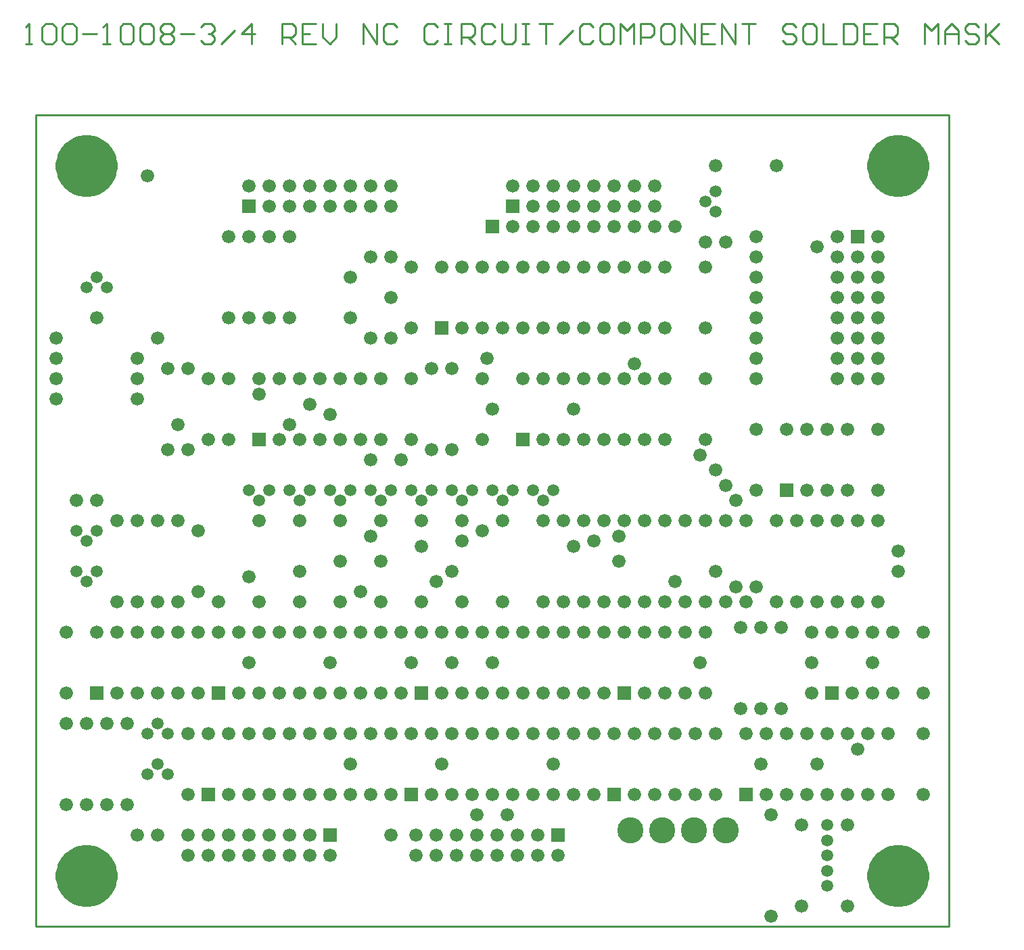
<source format=gbs>
*%FSLAX23Y23*%
*%MOIN*%
G01*
%ADD11C,0.006*%
%ADD12C,0.007*%
%ADD13C,0.008*%
%ADD14C,0.010*%
%ADD15C,0.012*%
%ADD16C,0.032*%
%ADD17C,0.036*%
%ADD18C,0.050*%
%ADD19C,0.052*%
%ADD20C,0.055*%
%ADD21C,0.056*%
%ADD22C,0.059*%
%ADD23C,0.062*%
%ADD24C,0.066*%
%ADD25C,0.070*%
%ADD26C,0.090*%
%ADD27C,0.125*%
%ADD28C,0.129*%
%ADD29C,0.140*%
%ADD30C,0.160*%
%ADD31C,0.250*%
%ADD32R,0.062X0.062*%
%ADD33R,0.066X0.066*%
D14*
X7599Y10177D02*
X7632D01*
X7616D01*
Y10277D01*
X7617D01*
X7616D02*
X7599Y10260D01*
X7682D02*
X7699Y10277D01*
X7732D01*
X7749Y10260D01*
Y10194D01*
X7732Y10177D01*
X7699D01*
X7682Y10194D01*
Y10260D01*
X7782D02*
X7799Y10277D01*
X7832D01*
X7849Y10260D01*
Y10194D01*
X7832Y10177D01*
X7799D01*
X7782Y10194D01*
Y10260D01*
X7882Y10227D02*
X7949D01*
X7982Y10177D02*
X8016D01*
X7999D01*
Y10277D01*
X8000D01*
X7999D02*
X7982Y10260D01*
X8066D02*
X8082Y10277D01*
X8116D01*
X8132Y10260D01*
Y10194D01*
X8116Y10177D01*
X8082D01*
X8066Y10194D01*
Y10260D01*
X8165D02*
X8182Y10277D01*
X8215D01*
X8232Y10260D01*
Y10194D01*
X8215Y10177D01*
X8182D01*
X8165Y10194D01*
Y10260D01*
X8265D02*
X8282Y10277D01*
X8315D01*
X8332Y10260D01*
Y10244D01*
X8315Y10227D01*
X8332Y10210D01*
Y10194D01*
X8315Y10177D01*
X8282D01*
X8265Y10194D01*
Y10210D01*
X8282Y10227D01*
X8265Y10244D01*
Y10260D01*
X8282Y10227D02*
X8315D01*
X8365D02*
X8432D01*
X8465Y10260D02*
X8482Y10277D01*
X8515D01*
X8532Y10260D01*
Y10244D01*
X8533D01*
X8532D02*
X8533D01*
X8532D02*
X8533D01*
X8532D02*
X8515Y10227D01*
X8499D01*
X8515D01*
X8532Y10210D01*
Y10194D01*
X8515Y10177D01*
X8482D01*
X8465Y10194D01*
X8565Y10177D02*
X8632Y10244D01*
X8715Y10277D02*
Y10177D01*
X8665Y10227D02*
X8715Y10277D01*
X8732Y10227D02*
X8665D01*
X8865Y10177D02*
Y10277D01*
X8915D01*
X8932Y10260D01*
Y10227D01*
X8915Y10210D01*
X8865D01*
X8899D02*
X8932Y10177D01*
X8965Y10277D02*
X9032D01*
X8965D02*
Y10177D01*
X9032D01*
X8999Y10227D02*
X8965D01*
X9065Y10210D02*
Y10277D01*
Y10210D02*
X9099Y10177D01*
X9132Y10210D01*
Y10277D01*
X9265D02*
Y10177D01*
X9332D02*
X9265Y10277D01*
X9332D02*
Y10177D01*
X9432Y10260D02*
X9415Y10277D01*
X9382D01*
X9365Y10260D01*
Y10194D01*
X9382Y10177D01*
X9415D01*
X9432Y10194D01*
X9615Y10277D02*
X9632Y10260D01*
X9615Y10277D02*
X9582D01*
X9565Y10260D01*
Y10194D01*
X9582Y10177D01*
X9615D01*
X9632Y10194D01*
X9665Y10277D02*
X9698D01*
X9682D01*
Y10177D01*
X9665D01*
X9698D01*
X9748D02*
Y10277D01*
X9798D01*
X9815Y10260D01*
Y10227D01*
X9798Y10210D01*
X9748D01*
X9782D02*
X9815Y10177D01*
X9915Y10260D02*
X9898Y10277D01*
X9865D01*
X9848Y10260D01*
Y10194D01*
X9865Y10177D01*
X9898D01*
X9915Y10194D01*
X9948D02*
Y10277D01*
Y10194D02*
X9965Y10177D01*
X9998D01*
X10015Y10194D01*
Y10277D01*
X10048D02*
X10082D01*
X10065D01*
Y10177D01*
X10048D01*
X10082D01*
X10132Y10277D02*
X10198D01*
X10165D01*
Y10177D01*
X10231D02*
X10298Y10244D01*
X10381Y10277D02*
X10398Y10260D01*
X10381Y10277D02*
X10348D01*
X10331Y10260D01*
Y10194D01*
X10348Y10177D01*
X10381D01*
X10398Y10194D01*
X10448Y10277D02*
X10481D01*
X10448D02*
X10431Y10260D01*
Y10194D01*
X10448Y10177D01*
X10481D01*
X10498Y10194D01*
Y10260D01*
X10481Y10277D01*
X10531D02*
Y10177D01*
X10565Y10244D02*
X10531Y10277D01*
X10565Y10244D02*
X10598Y10277D01*
Y10177D01*
X10631D02*
Y10277D01*
X10681D01*
X10698Y10260D01*
Y10227D01*
X10681Y10210D01*
X10631D01*
X10748Y10277D02*
X10781D01*
X10748D02*
X10731Y10260D01*
Y10194D01*
X10748Y10177D01*
X10781D01*
X10798Y10194D01*
Y10260D01*
X10781Y10277D01*
X10831D02*
Y10177D01*
X10898D02*
X10831Y10277D01*
X10898D02*
Y10177D01*
X10931Y10277D02*
X10998D01*
X10931D02*
Y10177D01*
X10998D01*
X10965Y10227D02*
X10931D01*
X11031Y10177D02*
Y10277D01*
X11098Y10177D01*
Y10277D01*
X11131D02*
X11198D01*
X11165D01*
Y10177D01*
X11381Y10277D02*
X11398Y10260D01*
X11381Y10277D02*
X11348D01*
X11331Y10260D01*
Y10244D01*
X11348Y10227D01*
X11381D01*
X11398Y10210D01*
Y10194D01*
X11381Y10177D01*
X11348D01*
X11331Y10194D01*
X11448Y10277D02*
X11481D01*
X11448D02*
X11431Y10260D01*
Y10194D01*
X11448Y10177D01*
X11481D01*
X11498Y10194D01*
Y10260D01*
X11481Y10277D01*
X11531D02*
Y10177D01*
X11598D01*
X11631D02*
Y10277D01*
Y10177D02*
X11681D01*
X11698Y10194D01*
Y10260D01*
X11681Y10277D01*
X11631D01*
X11731D02*
X11798D01*
X11731D02*
Y10177D01*
X11798D01*
X11764Y10227D02*
X11731D01*
X11831Y10177D02*
Y10277D01*
X11881D01*
X11898Y10260D01*
Y10227D01*
X11881Y10210D01*
X11831D01*
X11864D02*
X11898Y10177D01*
X12031D02*
Y10277D01*
X12064Y10244D01*
X12098Y10277D01*
Y10177D01*
X12131D02*
Y10244D01*
X12164Y10277D01*
X12198Y10244D01*
Y10177D01*
Y10227D01*
X12131D01*
X12281Y10277D02*
X12297Y10260D01*
X12281Y10277D02*
X12247D01*
X12231Y10260D01*
Y10244D01*
X12247Y10227D01*
X12281D01*
X12297Y10210D01*
Y10194D01*
X12281Y10177D01*
X12247D01*
X12231Y10194D01*
X12331Y10177D02*
Y10277D01*
Y10210D02*
Y10177D01*
Y10210D02*
X12397Y10277D01*
X12347Y10227D01*
X12397Y10177D01*
X12149Y9827D02*
X7649D01*
Y5827D02*
X12149D01*
X7649D02*
Y9827D01*
X12149D02*
Y5827D01*
D18*
X11772Y9577D02*
X11773D01*
X11772D02*
X11772Y9567D01*
X11774Y9557D01*
X11776Y9547D01*
X11779Y9537D01*
X11782Y9527D01*
X11787Y9518D01*
X11792Y9509D01*
X11797Y9501D01*
X11804Y9493D01*
X11811Y9485D01*
X11819Y9479D01*
X11827Y9472D01*
X11836Y9467D01*
X11845Y9462D01*
X11854Y9458D01*
X11864Y9455D01*
X11874Y9453D01*
X11884Y9451D01*
X11894Y9450D01*
X11904D01*
X11914Y9451D01*
X11924Y9453D01*
X11934Y9455D01*
X11944Y9458D01*
X11953Y9462D01*
X11962Y9467D01*
X11971Y9472D01*
X11979Y9479D01*
X11987Y9485D01*
X11994Y9493D01*
X12001Y9501D01*
X12006Y9509D01*
X12011Y9518D01*
X12016Y9527D01*
X12019Y9537D01*
X12022Y9547D01*
X12024Y9557D01*
X12026Y9567D01*
X12026Y9577D01*
X12027D01*
X12026D02*
X12026Y9587D01*
X12024Y9597D01*
X12022Y9607D01*
X12019Y9617D01*
X12016Y9627D01*
X12011Y9636D01*
X12006Y9645D01*
X12001Y9653D01*
X11994Y9661D01*
X11987Y9669D01*
X11979Y9675D01*
X11971Y9682D01*
X11962Y9687D01*
X11953Y9692D01*
X11944Y9696D01*
X11934Y9699D01*
X11924Y9701D01*
X11914Y9703D01*
X11904Y9704D01*
X11894D01*
X11884Y9703D01*
X11874Y9701D01*
X11864Y9699D01*
X11854Y9696D01*
X11845Y9692D01*
X11836Y9687D01*
X11827Y9682D01*
X11819Y9675D01*
X11811Y9669D01*
X11804Y9661D01*
X11797Y9653D01*
X11792Y9645D01*
X11787Y9636D01*
X11782Y9627D01*
X11779Y9617D01*
X11776Y9607D01*
X11774Y9597D01*
X11772Y9587D01*
X11772Y9577D01*
X11820D02*
X11821D01*
X11820D02*
X11821Y9568D01*
X11822Y9559D01*
X11825Y9550D01*
X11828Y9542D01*
X11833Y9534D01*
X11838Y9526D01*
X11845Y9520D01*
X11852Y9514D01*
X11860Y9509D01*
X11868Y9504D01*
X11876Y9501D01*
X11885Y9499D01*
X11894Y9498D01*
X11904D01*
X11913Y9499D01*
X11922Y9501D01*
X11930Y9504D01*
X11938Y9509D01*
X11946Y9514D01*
X11953Y9520D01*
X11960Y9526D01*
X11965Y9534D01*
X11970Y9542D01*
X11973Y9550D01*
X11976Y9559D01*
X11977Y9568D01*
X11978Y9577D01*
X11979D01*
X11978D02*
X11977Y9586D01*
X11976Y9595D01*
X11973Y9604D01*
X11970Y9612D01*
X11965Y9620D01*
X11960Y9628D01*
X11953Y9634D01*
X11946Y9640D01*
X11938Y9645D01*
X11930Y9650D01*
X11922Y9653D01*
X11913Y9655D01*
X11904Y9656D01*
X11894D01*
X11885Y9655D01*
X11876Y9653D01*
X11868Y9650D01*
X11860Y9645D01*
X11852Y9640D01*
X11845Y9634D01*
X11838Y9628D01*
X11833Y9620D01*
X11828Y9612D01*
X11825Y9604D01*
X11822Y9595D01*
X11821Y9586D01*
X11820Y9577D01*
X11868D02*
X11869D01*
X11868D02*
X11869Y9571D01*
X11871Y9564D01*
X11874Y9559D01*
X11878Y9554D01*
X11884Y9550D01*
X11889Y9548D01*
X11896Y9546D01*
X11902D01*
X11909Y9548D01*
X11914Y9550D01*
X11920Y9554D01*
X11924Y9559D01*
X11927Y9564D01*
X11929Y9571D01*
X11930Y9577D01*
X11931D01*
X11930D02*
X11929Y9583D01*
X11927Y9590D01*
X11924Y9595D01*
X11920Y9600D01*
X11914Y9604D01*
X11909Y9606D01*
X11902Y9608D01*
X11896D01*
X11889Y9606D01*
X11884Y9604D01*
X11878Y9600D01*
X11874Y9595D01*
X11871Y9590D01*
X11869Y9583D01*
X11868Y9577D01*
X11899D02*
D03*
X11772Y6077D02*
X11773D01*
X11772D02*
X11772Y6067D01*
X11774Y6057D01*
X11776Y6047D01*
X11779Y6037D01*
X11782Y6027D01*
X11787Y6018D01*
X11792Y6009D01*
X11797Y6001D01*
X11804Y5993D01*
X11811Y5985D01*
X11819Y5979D01*
X11827Y5972D01*
X11836Y5967D01*
X11845Y5962D01*
X11854Y5958D01*
X11864Y5955D01*
X11874Y5953D01*
X11884Y5951D01*
X11894Y5950D01*
X11904D01*
X11914Y5951D01*
X11924Y5953D01*
X11934Y5955D01*
X11944Y5958D01*
X11953Y5962D01*
X11962Y5967D01*
X11971Y5972D01*
X11979Y5979D01*
X11987Y5985D01*
X11994Y5993D01*
X12001Y6001D01*
X12006Y6009D01*
X12011Y6018D01*
X12016Y6027D01*
X12019Y6037D01*
X12022Y6047D01*
X12024Y6057D01*
X12026Y6067D01*
X12026Y6077D01*
X12027D01*
X12026D02*
X12026Y6087D01*
X12024Y6097D01*
X12022Y6107D01*
X12019Y6117D01*
X12016Y6127D01*
X12011Y6136D01*
X12006Y6145D01*
X12001Y6153D01*
X11994Y6161D01*
X11987Y6169D01*
X11979Y6175D01*
X11971Y6182D01*
X11962Y6187D01*
X11953Y6192D01*
X11944Y6196D01*
X11934Y6199D01*
X11924Y6201D01*
X11914Y6203D01*
X11904Y6204D01*
X11894D01*
X11884Y6203D01*
X11874Y6201D01*
X11864Y6199D01*
X11854Y6196D01*
X11845Y6192D01*
X11836Y6187D01*
X11827Y6182D01*
X11819Y6175D01*
X11811Y6169D01*
X11804Y6161D01*
X11797Y6153D01*
X11792Y6145D01*
X11787Y6136D01*
X11782Y6127D01*
X11779Y6117D01*
X11776Y6107D01*
X11774Y6097D01*
X11772Y6087D01*
X11772Y6077D01*
X11820D02*
X11821D01*
X11820D02*
X11821Y6068D01*
X11822Y6059D01*
X11825Y6050D01*
X11828Y6042D01*
X11833Y6034D01*
X11838Y6026D01*
X11845Y6020D01*
X11852Y6014D01*
X11860Y6009D01*
X11868Y6004D01*
X11876Y6001D01*
X11885Y5999D01*
X11894Y5998D01*
X11904D01*
X11913Y5999D01*
X11922Y6001D01*
X11930Y6004D01*
X11938Y6009D01*
X11946Y6014D01*
X11953Y6020D01*
X11960Y6026D01*
X11965Y6034D01*
X11970Y6042D01*
X11973Y6050D01*
X11976Y6059D01*
X11977Y6068D01*
X11978Y6077D01*
X11979D01*
X11978D02*
X11977Y6086D01*
X11976Y6095D01*
X11973Y6104D01*
X11970Y6112D01*
X11965Y6120D01*
X11960Y6128D01*
X11953Y6134D01*
X11946Y6140D01*
X11938Y6145D01*
X11930Y6150D01*
X11922Y6153D01*
X11913Y6155D01*
X11904Y6156D01*
X11894D01*
X11885Y6155D01*
X11876Y6153D01*
X11868Y6150D01*
X11860Y6145D01*
X11852Y6140D01*
X11845Y6134D01*
X11838Y6128D01*
X11833Y6120D01*
X11828Y6112D01*
X11825Y6104D01*
X11822Y6095D01*
X11821Y6086D01*
X11820Y6077D01*
X11868D02*
X11869D01*
X11868D02*
X11869Y6071D01*
X11871Y6064D01*
X11874Y6059D01*
X11878Y6054D01*
X11884Y6050D01*
X11889Y6048D01*
X11896Y6046D01*
X11902D01*
X11909Y6048D01*
X11914Y6050D01*
X11920Y6054D01*
X11924Y6059D01*
X11927Y6064D01*
X11929Y6071D01*
X11930Y6077D01*
X11931D01*
X11930D02*
X11929Y6083D01*
X11927Y6090D01*
X11924Y6095D01*
X11920Y6100D01*
X11914Y6104D01*
X11909Y6106D01*
X11902Y6108D01*
X11896D01*
X11889Y6106D01*
X11884Y6104D01*
X11878Y6100D01*
X11874Y6095D01*
X11871Y6090D01*
X11869Y6083D01*
X11868Y6077D01*
X11899D02*
D03*
X7772Y9577D02*
X7773D01*
X7772D02*
X7772Y9567D01*
X7774Y9557D01*
X7776Y9547D01*
X7779Y9537D01*
X7782Y9527D01*
X7787Y9518D01*
X7792Y9509D01*
X7797Y9501D01*
X7804Y9493D01*
X7811Y9485D01*
X7819Y9479D01*
X7827Y9472D01*
X7836Y9467D01*
X7845Y9462D01*
X7854Y9458D01*
X7864Y9455D01*
X7874Y9453D01*
X7884Y9451D01*
X7894Y9450D01*
X7904D01*
X7914Y9451D01*
X7924Y9453D01*
X7934Y9455D01*
X7944Y9458D01*
X7953Y9462D01*
X7962Y9467D01*
X7971Y9472D01*
X7979Y9479D01*
X7987Y9485D01*
X7994Y9493D01*
X8001Y9501D01*
X8006Y9509D01*
X8011Y9518D01*
X8016Y9527D01*
X8019Y9537D01*
X8022Y9547D01*
X8024Y9557D01*
X8026Y9567D01*
X8026Y9577D01*
X8027D01*
X8026D02*
X8026Y9587D01*
X8024Y9597D01*
X8022Y9607D01*
X8019Y9617D01*
X8016Y9627D01*
X8011Y9636D01*
X8006Y9645D01*
X8001Y9653D01*
X7994Y9661D01*
X7987Y9669D01*
X7979Y9675D01*
X7971Y9682D01*
X7962Y9687D01*
X7953Y9692D01*
X7944Y9696D01*
X7934Y9699D01*
X7924Y9701D01*
X7914Y9703D01*
X7904Y9704D01*
X7894D01*
X7884Y9703D01*
X7874Y9701D01*
X7864Y9699D01*
X7854Y9696D01*
X7845Y9692D01*
X7836Y9687D01*
X7827Y9682D01*
X7819Y9675D01*
X7811Y9669D01*
X7804Y9661D01*
X7797Y9653D01*
X7792Y9645D01*
X7787Y9636D01*
X7782Y9627D01*
X7779Y9617D01*
X7776Y9607D01*
X7774Y9597D01*
X7772Y9587D01*
X7772Y9577D01*
X7820D02*
X7821D01*
X7820D02*
X7821Y9568D01*
X7822Y9559D01*
X7825Y9550D01*
X7828Y9542D01*
X7833Y9534D01*
X7838Y9526D01*
X7845Y9520D01*
X7852Y9514D01*
X7860Y9509D01*
X7868Y9504D01*
X7876Y9501D01*
X7885Y9499D01*
X7894Y9498D01*
X7904D01*
X7913Y9499D01*
X7922Y9501D01*
X7930Y9504D01*
X7938Y9509D01*
X7946Y9514D01*
X7953Y9520D01*
X7960Y9526D01*
X7965Y9534D01*
X7970Y9542D01*
X7973Y9550D01*
X7976Y9559D01*
X7977Y9568D01*
X7978Y9577D01*
X7979D01*
X7978D02*
X7977Y9586D01*
X7976Y9595D01*
X7973Y9604D01*
X7970Y9612D01*
X7965Y9620D01*
X7960Y9628D01*
X7953Y9634D01*
X7946Y9640D01*
X7938Y9645D01*
X7930Y9650D01*
X7922Y9653D01*
X7913Y9655D01*
X7904Y9656D01*
X7894D01*
X7885Y9655D01*
X7876Y9653D01*
X7868Y9650D01*
X7860Y9645D01*
X7852Y9640D01*
X7845Y9634D01*
X7838Y9628D01*
X7833Y9620D01*
X7828Y9612D01*
X7825Y9604D01*
X7822Y9595D01*
X7821Y9586D01*
X7820Y9577D01*
X7868D02*
X7869D01*
X7868D02*
X7869Y9571D01*
X7871Y9564D01*
X7874Y9559D01*
X7878Y9554D01*
X7884Y9550D01*
X7889Y9548D01*
X7896Y9546D01*
X7902D01*
X7909Y9548D01*
X7914Y9550D01*
X7920Y9554D01*
X7924Y9559D01*
X7927Y9564D01*
X7929Y9571D01*
X7930Y9577D01*
X7931D01*
X7930D02*
X7929Y9583D01*
X7927Y9590D01*
X7924Y9595D01*
X7920Y9600D01*
X7914Y9604D01*
X7909Y9606D01*
X7902Y9608D01*
X7896D01*
X7889Y9606D01*
X7884Y9604D01*
X7878Y9600D01*
X7874Y9595D01*
X7871Y9590D01*
X7869Y9583D01*
X7868Y9577D01*
X7899D02*
D03*
X7772Y6077D02*
X7773D01*
X7772D02*
X7772Y6067D01*
X7774Y6057D01*
X7776Y6047D01*
X7779Y6037D01*
X7782Y6027D01*
X7787Y6018D01*
X7792Y6009D01*
X7797Y6001D01*
X7804Y5993D01*
X7811Y5985D01*
X7819Y5979D01*
X7827Y5972D01*
X7836Y5967D01*
X7845Y5962D01*
X7854Y5958D01*
X7864Y5955D01*
X7874Y5953D01*
X7884Y5951D01*
X7894Y5950D01*
X7904D01*
X7914Y5951D01*
X7924Y5953D01*
X7934Y5955D01*
X7944Y5958D01*
X7953Y5962D01*
X7962Y5967D01*
X7971Y5972D01*
X7979Y5979D01*
X7987Y5985D01*
X7994Y5993D01*
X8001Y6001D01*
X8006Y6009D01*
X8011Y6018D01*
X8016Y6027D01*
X8019Y6037D01*
X8022Y6047D01*
X8024Y6057D01*
X8026Y6067D01*
X8026Y6077D01*
X8027D01*
X8026D02*
X8026Y6087D01*
X8024Y6097D01*
X8022Y6107D01*
X8019Y6117D01*
X8016Y6127D01*
X8011Y6136D01*
X8006Y6145D01*
X8001Y6153D01*
X7994Y6161D01*
X7987Y6169D01*
X7979Y6175D01*
X7971Y6182D01*
X7962Y6187D01*
X7953Y6192D01*
X7944Y6196D01*
X7934Y6199D01*
X7924Y6201D01*
X7914Y6203D01*
X7904Y6204D01*
X7894D01*
X7884Y6203D01*
X7874Y6201D01*
X7864Y6199D01*
X7854Y6196D01*
X7845Y6192D01*
X7836Y6187D01*
X7827Y6182D01*
X7819Y6175D01*
X7811Y6169D01*
X7804Y6161D01*
X7797Y6153D01*
X7792Y6145D01*
X7787Y6136D01*
X7782Y6127D01*
X7779Y6117D01*
X7776Y6107D01*
X7774Y6097D01*
X7772Y6087D01*
X7772Y6077D01*
X7820D02*
X7821D01*
X7820D02*
X7821Y6068D01*
X7822Y6059D01*
X7825Y6050D01*
X7828Y6042D01*
X7833Y6034D01*
X7838Y6026D01*
X7845Y6020D01*
X7852Y6014D01*
X7860Y6009D01*
X7868Y6004D01*
X7876Y6001D01*
X7885Y5999D01*
X7894Y5998D01*
X7904D01*
X7913Y5999D01*
X7922Y6001D01*
X7930Y6004D01*
X7938Y6009D01*
X7946Y6014D01*
X7953Y6020D01*
X7960Y6026D01*
X7965Y6034D01*
X7970Y6042D01*
X7973Y6050D01*
X7976Y6059D01*
X7977Y6068D01*
X7978Y6077D01*
X7979D01*
X7978D02*
X7977Y6086D01*
X7976Y6095D01*
X7973Y6104D01*
X7970Y6112D01*
X7965Y6120D01*
X7960Y6128D01*
X7953Y6134D01*
X7946Y6140D01*
X7938Y6145D01*
X7930Y6150D01*
X7922Y6153D01*
X7913Y6155D01*
X7904Y6156D01*
X7894D01*
X7885Y6155D01*
X7876Y6153D01*
X7868Y6150D01*
X7860Y6145D01*
X7852Y6140D01*
X7845Y6134D01*
X7838Y6128D01*
X7833Y6120D01*
X7828Y6112D01*
X7825Y6104D01*
X7822Y6095D01*
X7821Y6086D01*
X7820Y6077D01*
X7868D02*
X7869D01*
X7868D02*
X7869Y6071D01*
X7871Y6064D01*
X7874Y6059D01*
X7878Y6054D01*
X7884Y6050D01*
X7889Y6048D01*
X7896Y6046D01*
X7902D01*
X7909Y6048D01*
X7914Y6050D01*
X7920Y6054D01*
X7924Y6059D01*
X7927Y6064D01*
X7929Y6071D01*
X7930Y6077D01*
X7931D01*
X7930D02*
X7929Y6083D01*
X7927Y6090D01*
X7924Y6095D01*
X7920Y6100D01*
X7914Y6104D01*
X7909Y6106D01*
X7902Y6108D01*
X7896D01*
X7889Y6106D01*
X7884Y6104D01*
X7878Y6100D01*
X7874Y6095D01*
X7871Y6090D01*
X7869Y6083D01*
X7868Y6077D01*
X7899D02*
D03*
D22*
X11549Y6252D02*
D03*
Y6027D02*
D03*
Y6102D02*
D03*
Y6177D02*
D03*
Y6327D02*
D03*
X10999Y9352D02*
D03*
X10949Y9402D02*
D03*
X10999Y9452D02*
D03*
X10099Y7977D02*
D03*
X10199D02*
D03*
X10149Y7927D02*
D03*
X9899Y7977D02*
D03*
X9999D02*
D03*
X9949Y7927D02*
D03*
X8299Y6777D02*
D03*
X8199D02*
D03*
X8249Y6827D02*
D03*
X8299Y6577D02*
D03*
X8199D02*
D03*
X8249Y6627D02*
D03*
X9699Y7977D02*
D03*
X9799D02*
D03*
X9749Y7927D02*
D03*
X9499Y7977D02*
D03*
X9599D02*
D03*
X9549Y7927D02*
D03*
X9299Y7977D02*
D03*
X9399D02*
D03*
X9349Y7927D02*
D03*
X9099Y7977D02*
D03*
X9199D02*
D03*
X9149Y7927D02*
D03*
X8899Y7977D02*
D03*
X8999D02*
D03*
X8949Y7927D02*
D03*
X8699Y7977D02*
D03*
X8799D02*
D03*
X8749Y7927D02*
D03*
X7899Y8977D02*
D03*
X7949Y9027D02*
D03*
X7999Y8977D02*
D03*
X7849Y7777D02*
D03*
X7949D02*
D03*
X7899Y7727D02*
D03*
X7849Y7577D02*
D03*
X7949D02*
D03*
X7899Y7527D02*
D03*
D24*
X11774Y7127D02*
D03*
X11699Y6702D02*
D03*
X11499Y9177D02*
D03*
Y6627D02*
D03*
X11474Y7127D02*
D03*
X11224Y6627D02*
D03*
X11199Y7502D02*
D03*
X11049Y8002D02*
D03*
X10999Y8077D02*
D03*
X11099Y7927D02*
D03*
X10999Y7577D02*
D03*
X11099Y7502D02*
D03*
X10924Y8152D02*
D03*
X10799Y7527D02*
D03*
X10924Y7127D02*
D03*
X10599Y8602D02*
D03*
X10524Y7627D02*
D03*
Y7752D02*
D03*
X10399Y7727D02*
D03*
X10299Y8377D02*
D03*
Y7702D02*
D03*
X10199Y6627D02*
D03*
X9874Y8627D02*
D03*
X9899Y8377D02*
D03*
X9849Y7777D02*
D03*
X9899Y7127D02*
D03*
X9824Y6377D02*
D03*
X9974D02*
D03*
X9624Y7527D02*
D03*
X9699Y7577D02*
D03*
Y7127D02*
D03*
X9649Y6627D02*
D03*
X9749Y7727D02*
D03*
X9449Y8127D02*
D03*
X9399Y8927D02*
D03*
X9499Y7127D02*
D03*
X9549Y7702D02*
D03*
X9399Y6277D02*
D03*
X9299Y8127D02*
D03*
Y7752D02*
D03*
X9249Y7477D02*
D03*
X9349Y7627D02*
D03*
X9199Y6627D02*
D03*
X9099Y8352D02*
D03*
X8999Y8402D02*
D03*
X9099Y7127D02*
D03*
X9149Y7627D02*
D03*
X8899Y8302D02*
D03*
X8949Y7577D02*
D03*
X8749Y8452D02*
D03*
X8699Y7552D02*
D03*
Y7127D02*
D03*
X8549Y7427D02*
D03*
X8349Y8302D02*
D03*
X8199Y9527D02*
D03*
X11799Y9227D02*
D03*
X11699Y9127D02*
D03*
X11799D02*
D03*
X11699Y9027D02*
D03*
X11799D02*
D03*
X11699Y8927D02*
D03*
X11799D02*
D03*
X11699Y8827D02*
D03*
X11799D02*
D03*
X11699Y8727D02*
D03*
X11799D02*
D03*
X11699Y8627D02*
D03*
X11799D02*
D03*
X11699Y8527D02*
D03*
X11799D02*
D03*
Y7977D02*
D03*
Y8277D02*
D03*
X11449Y7977D02*
D03*
X11549D02*
D03*
X11649D02*
D03*
Y8277D02*
D03*
X11549D02*
D03*
X11449D02*
D03*
X11349D02*
D03*
X12024Y6977D02*
D03*
Y7277D02*
D03*
X11674Y6977D02*
D03*
X11774D02*
D03*
X11874D02*
D03*
Y7277D02*
D03*
X11774D02*
D03*
X11674D02*
D03*
X11574D02*
D03*
X11474D02*
D03*
Y6977D02*
D03*
X11399Y7427D02*
D03*
Y7827D02*
D03*
X11499Y7427D02*
D03*
Y7827D02*
D03*
X11599Y7427D02*
D03*
Y7827D02*
D03*
X12024Y6477D02*
D03*
Y6777D02*
D03*
X11799Y7427D02*
D03*
Y7827D02*
D03*
X11699Y7427D02*
D03*
Y7827D02*
D03*
X11899Y7677D02*
D03*
Y7577D02*
D03*
X11424Y5927D02*
D03*
Y6327D02*
D03*
X11649D02*
D03*
Y5927D02*
D03*
X10999Y9577D02*
D03*
X11299D02*
D03*
X11199Y8527D02*
D03*
X11599D02*
D03*
X11199Y8627D02*
D03*
X11599D02*
D03*
X11199Y8727D02*
D03*
X11599D02*
D03*
X11199Y8827D02*
D03*
X11599D02*
D03*
X11199Y8927D02*
D03*
X11599D02*
D03*
X11199Y9027D02*
D03*
X11599D02*
D03*
X11199Y9127D02*
D03*
X11599D02*
D03*
X11199Y9227D02*
D03*
X11599D02*
D03*
X9999Y9477D02*
D03*
X10099Y9377D02*
D03*
Y9477D02*
D03*
X10199Y9377D02*
D03*
Y9477D02*
D03*
X10299Y9377D02*
D03*
Y9477D02*
D03*
X10399Y9377D02*
D03*
Y9477D02*
D03*
X10499Y9377D02*
D03*
Y9477D02*
D03*
X10599Y9377D02*
D03*
Y9477D02*
D03*
X10699Y9377D02*
D03*
Y9477D02*
D03*
X10799Y9277D02*
D03*
X10699D02*
D03*
X10599D02*
D03*
X10499D02*
D03*
X10399D02*
D03*
X10299D02*
D03*
X10199D02*
D03*
X10099D02*
D03*
X9999D02*
D03*
X10149Y8227D02*
D03*
X10249D02*
D03*
X10349D02*
D03*
X10449D02*
D03*
X10549D02*
D03*
X10649D02*
D03*
X10749D02*
D03*
Y8527D02*
D03*
X10649D02*
D03*
X10549D02*
D03*
X10449D02*
D03*
X10349D02*
D03*
X10249D02*
D03*
X10149D02*
D03*
X10049D02*
D03*
X10949Y9077D02*
D03*
Y8777D02*
D03*
Y8527D02*
D03*
Y8227D02*
D03*
X9849Y8527D02*
D03*
Y8227D02*
D03*
X11199Y8277D02*
D03*
Y7977D02*
D03*
X10949Y9202D02*
D03*
X11049D02*
D03*
X10349Y6977D02*
D03*
Y7277D02*
D03*
X10649Y6977D02*
D03*
X10749D02*
D03*
X10849D02*
D03*
Y7277D02*
D03*
X10749D02*
D03*
X10649D02*
D03*
X10549D02*
D03*
X10449D02*
D03*
Y6977D02*
D03*
X10949D02*
D03*
Y7277D02*
D03*
X10449Y7427D02*
D03*
Y7827D02*
D03*
X10349Y7427D02*
D03*
Y7827D02*
D03*
X10249Y7427D02*
D03*
Y7827D02*
D03*
X10149Y7427D02*
D03*
Y7827D02*
D03*
X9949Y7427D02*
D03*
Y7827D02*
D03*
X11149D02*
D03*
Y7427D02*
D03*
X11049D02*
D03*
Y7827D02*
D03*
X10949D02*
D03*
Y7427D02*
D03*
X10849D02*
D03*
Y7827D02*
D03*
X10749Y7427D02*
D03*
Y7827D02*
D03*
X10649D02*
D03*
Y7427D02*
D03*
X10549D02*
D03*
Y7827D02*
D03*
X11299Y7427D02*
D03*
Y7827D02*
D03*
X10299Y6477D02*
D03*
Y6777D02*
D03*
X10399D02*
D03*
Y6477D02*
D03*
X10599D02*
D03*
X10699D02*
D03*
X10799D02*
D03*
Y6777D02*
D03*
X10699D02*
D03*
X10599D02*
D03*
X10499D02*
D03*
X10899Y6477D02*
D03*
Y6777D02*
D03*
X10999D02*
D03*
Y6477D02*
D03*
X11249D02*
D03*
X11349D02*
D03*
X11449D02*
D03*
X11549D02*
D03*
X11649D02*
D03*
X11749D02*
D03*
X11849D02*
D03*
Y6777D02*
D03*
X11749D02*
D03*
X11649D02*
D03*
X11549D02*
D03*
X11449D02*
D03*
X11349D02*
D03*
X11249D02*
D03*
X11149D02*
D03*
X11124Y6902D02*
D03*
Y7302D02*
D03*
X11224D02*
D03*
Y6902D02*
D03*
X11324Y7302D02*
D03*
Y6902D02*
D03*
X11274Y5877D02*
D03*
Y6377D02*
D03*
X10224Y6177D02*
D03*
X10124Y6277D02*
D03*
Y6177D02*
D03*
X10024Y6277D02*
D03*
Y6177D02*
D03*
X9924Y6277D02*
D03*
Y6177D02*
D03*
X9824Y6277D02*
D03*
Y6177D02*
D03*
X9724Y6277D02*
D03*
Y6177D02*
D03*
X9624Y6277D02*
D03*
Y6177D02*
D03*
X9524Y6277D02*
D03*
Y6177D02*
D03*
X9199Y9027D02*
D03*
Y8827D02*
D03*
X8299Y8177D02*
D03*
Y8577D02*
D03*
X8399D02*
D03*
Y8177D02*
D03*
X8499Y8527D02*
D03*
Y8227D02*
D03*
X9699Y8577D02*
D03*
Y8177D02*
D03*
X9599D02*
D03*
Y8577D02*
D03*
X8599Y9227D02*
D03*
Y8827D02*
D03*
X8699Y9227D02*
D03*
Y8827D02*
D03*
X8799D02*
D03*
Y9227D02*
D03*
X8899Y8827D02*
D03*
Y9227D02*
D03*
X9299Y8727D02*
D03*
Y9127D02*
D03*
X9399D02*
D03*
Y8727D02*
D03*
X8699Y9477D02*
D03*
X8799Y9377D02*
D03*
Y9477D02*
D03*
X8899Y9377D02*
D03*
Y9477D02*
D03*
X8999Y9377D02*
D03*
Y9477D02*
D03*
X9099Y9377D02*
D03*
Y9477D02*
D03*
X9199Y9377D02*
D03*
Y9477D02*
D03*
X9299Y9377D02*
D03*
Y9477D02*
D03*
X9399Y9377D02*
D03*
Y9477D02*
D03*
X8599Y8527D02*
D03*
Y8227D02*
D03*
X8849D02*
D03*
X8949D02*
D03*
X9049D02*
D03*
X9149D02*
D03*
X9249D02*
D03*
X9349D02*
D03*
Y8527D02*
D03*
X9249D02*
D03*
X9149D02*
D03*
X9049D02*
D03*
X8949D02*
D03*
X8849D02*
D03*
X8749D02*
D03*
X9499D02*
D03*
Y8227D02*
D03*
X9649Y9077D02*
D03*
X9749D02*
D03*
X9849D02*
D03*
X9949D02*
D03*
X10049D02*
D03*
X10149D02*
D03*
X10249D02*
D03*
X10349D02*
D03*
X10449D02*
D03*
X10549D02*
D03*
X10649D02*
D03*
X10749D02*
D03*
X9749Y8777D02*
D03*
X9849D02*
D03*
X9949D02*
D03*
X10049D02*
D03*
X10149D02*
D03*
X10249D02*
D03*
X10349D02*
D03*
X10449D02*
D03*
X10549D02*
D03*
X10649D02*
D03*
X10749D02*
D03*
X9499Y9077D02*
D03*
Y8777D02*
D03*
X8449Y7777D02*
D03*
Y7477D02*
D03*
X8349Y7427D02*
D03*
Y7827D02*
D03*
X8249Y7427D02*
D03*
Y7827D02*
D03*
X9649Y6977D02*
D03*
X9749D02*
D03*
X9849D02*
D03*
X9949D02*
D03*
X10049D02*
D03*
X10149D02*
D03*
X10249D02*
D03*
Y7277D02*
D03*
X10149D02*
D03*
X10049D02*
D03*
X9949D02*
D03*
X9849D02*
D03*
X9749D02*
D03*
X9649D02*
D03*
X9549D02*
D03*
X9449D02*
D03*
Y6977D02*
D03*
X9349D02*
D03*
Y7277D02*
D03*
X8349Y6977D02*
D03*
Y7277D02*
D03*
X8449D02*
D03*
Y6977D02*
D03*
X8649D02*
D03*
X8749D02*
D03*
X8849D02*
D03*
X8949D02*
D03*
X9049D02*
D03*
X9149D02*
D03*
X9249D02*
D03*
Y7277D02*
D03*
X9149D02*
D03*
X9049D02*
D03*
X8949D02*
D03*
X8849D02*
D03*
X8749D02*
D03*
X8649D02*
D03*
X8549D02*
D03*
X9749Y7427D02*
D03*
Y7827D02*
D03*
X9549Y7427D02*
D03*
Y7827D02*
D03*
X9349Y7427D02*
D03*
Y7827D02*
D03*
X9149Y7427D02*
D03*
Y7827D02*
D03*
X8949Y7427D02*
D03*
Y7827D02*
D03*
X8749Y7427D02*
D03*
Y7827D02*
D03*
X8399Y6777D02*
D03*
Y6477D02*
D03*
X8599D02*
D03*
X8699D02*
D03*
X8799D02*
D03*
X8899D02*
D03*
X8999D02*
D03*
X9099D02*
D03*
X9199D02*
D03*
Y6777D02*
D03*
X9099D02*
D03*
X8999D02*
D03*
X8899D02*
D03*
X8799D02*
D03*
X8699D02*
D03*
X8599D02*
D03*
X8499D02*
D03*
X9299Y6477D02*
D03*
Y6777D02*
D03*
X9399D02*
D03*
Y6477D02*
D03*
X9599D02*
D03*
X9699D02*
D03*
X9799D02*
D03*
X9899D02*
D03*
X9999D02*
D03*
X10099D02*
D03*
X10199D02*
D03*
Y6777D02*
D03*
X10099D02*
D03*
X9999D02*
D03*
X9899D02*
D03*
X9799D02*
D03*
X9699D02*
D03*
X9599D02*
D03*
X9499D02*
D03*
X9099Y6177D02*
D03*
X8999Y6277D02*
D03*
Y6177D02*
D03*
X8899Y6277D02*
D03*
Y6177D02*
D03*
X8799Y6277D02*
D03*
Y6177D02*
D03*
X8699Y6277D02*
D03*
Y6177D02*
D03*
X8599Y6277D02*
D03*
Y6177D02*
D03*
X8499Y6277D02*
D03*
Y6177D02*
D03*
X8399Y6277D02*
D03*
Y6177D02*
D03*
X8249Y6277D02*
D03*
X8149D02*
D03*
X7749Y8427D02*
D03*
X8149D02*
D03*
X7749Y8527D02*
D03*
X8149D02*
D03*
Y8627D02*
D03*
X7749D02*
D03*
X7949Y8827D02*
D03*
X8249Y8727D02*
D03*
X7749D02*
D03*
X7999Y6427D02*
D03*
Y6827D02*
D03*
X8049Y7427D02*
D03*
Y7827D02*
D03*
X8149Y7427D02*
D03*
Y7827D02*
D03*
X8049Y6977D02*
D03*
X8149D02*
D03*
X8249D02*
D03*
Y7277D02*
D03*
X8149D02*
D03*
X8049D02*
D03*
X7949D02*
D03*
X7799D02*
D03*
Y6977D02*
D03*
X7949Y7927D02*
D03*
X7849D02*
D03*
X7799Y6827D02*
D03*
Y6427D02*
D03*
X7899Y6827D02*
D03*
Y6427D02*
D03*
X8099D02*
D03*
Y6827D02*
D03*
D28*
X11049Y6302D02*
D03*
X10581D02*
D03*
X10737D02*
D03*
X10893D02*
D03*
D33*
X11699Y9227D02*
D03*
X11349Y7977D02*
D03*
X11574Y6977D02*
D03*
X9999Y9377D02*
D03*
X9899Y9277D02*
D03*
X10049Y8227D02*
D03*
X10549Y6977D02*
D03*
X10499Y6477D02*
D03*
X11149D02*
D03*
X10224Y6277D02*
D03*
X8699Y9377D02*
D03*
X8749Y8227D02*
D03*
X9649Y8777D02*
D03*
X9549Y6977D02*
D03*
X8549D02*
D03*
X8499Y6477D02*
D03*
X9499D02*
D03*
X9099Y6277D02*
D03*
X7949Y6977D02*
D03*
M02*

</source>
